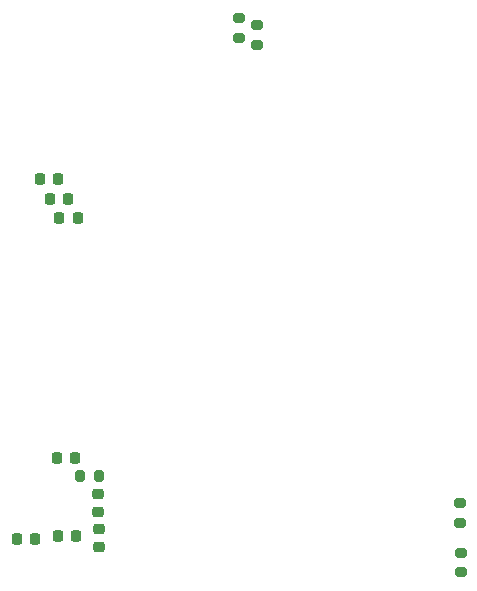
<source format=gbp>
G04 #@! TF.GenerationSoftware,KiCad,Pcbnew,7.0.7*
G04 #@! TF.CreationDate,2023-12-18T21:44:50-05:00*
G04 #@! TF.ProjectId,central_hub,63656e74-7261-46c5-9f68-75622e6b6963,rev?*
G04 #@! TF.SameCoordinates,Original*
G04 #@! TF.FileFunction,Paste,Bot*
G04 #@! TF.FilePolarity,Positive*
%FSLAX46Y46*%
G04 Gerber Fmt 4.6, Leading zero omitted, Abs format (unit mm)*
G04 Created by KiCad (PCBNEW 7.0.7) date 2023-12-18 21:44:50*
%MOMM*%
%LPD*%
G01*
G04 APERTURE LIST*
G04 Aperture macros list*
%AMRoundRect*
0 Rectangle with rounded corners*
0 $1 Rounding radius*
0 $2 $3 $4 $5 $6 $7 $8 $9 X,Y pos of 4 corners*
0 Add a 4 corners polygon primitive as box body*
4,1,4,$2,$3,$4,$5,$6,$7,$8,$9,$2,$3,0*
0 Add four circle primitives for the rounded corners*
1,1,$1+$1,$2,$3*
1,1,$1+$1,$4,$5*
1,1,$1+$1,$6,$7*
1,1,$1+$1,$8,$9*
0 Add four rect primitives between the rounded corners*
20,1,$1+$1,$2,$3,$4,$5,0*
20,1,$1+$1,$4,$5,$6,$7,0*
20,1,$1+$1,$6,$7,$8,$9,0*
20,1,$1+$1,$8,$9,$2,$3,0*%
G04 Aperture macros list end*
%ADD10RoundRect,0.225000X-0.225000X-0.250000X0.225000X-0.250000X0.225000X0.250000X-0.225000X0.250000X0*%
%ADD11RoundRect,0.200000X-0.200000X-0.275000X0.200000X-0.275000X0.200000X0.275000X-0.200000X0.275000X0*%
%ADD12RoundRect,0.225000X-0.250000X0.225000X-0.250000X-0.225000X0.250000X-0.225000X0.250000X0.225000X0*%
%ADD13RoundRect,0.200000X0.275000X-0.200000X0.275000X0.200000X-0.275000X0.200000X-0.275000X-0.200000X0*%
%ADD14RoundRect,0.225000X0.250000X-0.225000X0.250000X0.225000X-0.250000X0.225000X-0.250000X-0.225000X0*%
%ADD15RoundRect,0.200000X-0.275000X0.200000X-0.275000X-0.200000X0.275000X-0.200000X0.275000X0.200000X0*%
G04 APERTURE END LIST*
D10*
X126325000Y-57500000D03*
X127875000Y-57500000D03*
X127175000Y-59150000D03*
X128725000Y-59150000D03*
D11*
X129675000Y-82600000D03*
X131325000Y-82600000D03*
D12*
X131200000Y-84125000D03*
X131200000Y-85675000D03*
D10*
X124353167Y-88007206D03*
X125903167Y-88007206D03*
D13*
X161920000Y-86595000D03*
X161920000Y-84945000D03*
D10*
X127725000Y-81100000D03*
X129275000Y-81100000D03*
D14*
X131328167Y-88675000D03*
X131328167Y-87125000D03*
D10*
X127853167Y-87707206D03*
X129403167Y-87707206D03*
D15*
X143200000Y-43875000D03*
X143200000Y-45525000D03*
X161940000Y-89125000D03*
X161940000Y-90775000D03*
D10*
X127975000Y-60757206D03*
X129525000Y-60757206D03*
D15*
X144700000Y-44475000D03*
X144700000Y-46125000D03*
M02*

</source>
